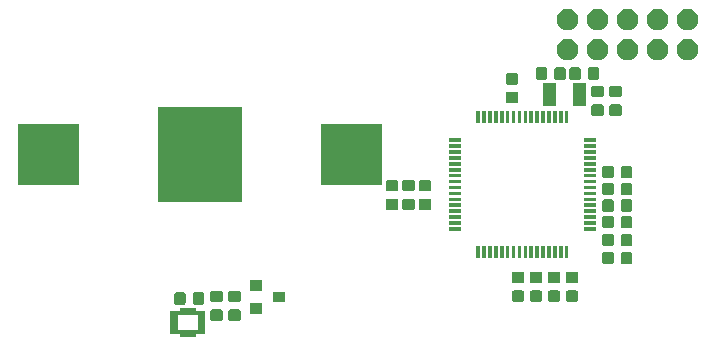
<source format=gbr>
G04 #@! TF.GenerationSoftware,KiCad,Pcbnew,5.0.2+dfsg1-1~bpo9+1*
G04 #@! TF.CreationDate,2019-04-10T20:11:49+03:00*
G04 #@! TF.ProjectId,kicad,6b696361-642e-46b6-9963-61645f706362,rev?*
G04 #@! TF.SameCoordinates,Original*
G04 #@! TF.FileFunction,Soldermask,Bot*
G04 #@! TF.FilePolarity,Negative*
%FSLAX46Y46*%
G04 Gerber Fmt 4.6, Leading zero omitted, Abs format (unit mm)*
G04 Created by KiCad (PCBNEW 5.0.2+dfsg1-1~bpo9+1) date Wed 10 Apr 2019 08:11:49 PM MSK*
%MOMM*%
%LPD*%
G01*
G04 APERTURE LIST*
%ADD10C,0.100000*%
G04 APERTURE END LIST*
D10*
G36*
X146484800Y-106401200D02*
X146486529Y-106418758D01*
X146491651Y-106435642D01*
X146499968Y-106451201D01*
X146511160Y-106464840D01*
X146524799Y-106476032D01*
X146540358Y-106484349D01*
X146557242Y-106489471D01*
X146574800Y-106491200D01*
X147274800Y-106491200D01*
X147274800Y-108392000D01*
X146574800Y-108392000D01*
X146557242Y-108393729D01*
X146540358Y-108398851D01*
X146524799Y-108407168D01*
X146511160Y-108418360D01*
X146499968Y-108431999D01*
X146491651Y-108447558D01*
X146486529Y-108464442D01*
X146484800Y-108482000D01*
X146484800Y-108682000D01*
X145084000Y-108682000D01*
X145084000Y-108482000D01*
X145082271Y-108464442D01*
X145077149Y-108447558D01*
X145068832Y-108431999D01*
X145057640Y-108418360D01*
X145044001Y-108407168D01*
X145028442Y-108398851D01*
X145011558Y-108393729D01*
X144994000Y-108392000D01*
X144294000Y-108392000D01*
X144294000Y-106922000D01*
X144924800Y-106922000D01*
X144924800Y-107961200D01*
X144926529Y-107978758D01*
X144931651Y-107995642D01*
X144939968Y-108011201D01*
X144951160Y-108024840D01*
X144964799Y-108036032D01*
X144980358Y-108044349D01*
X144997242Y-108049471D01*
X145014800Y-108051200D01*
X146554000Y-108051200D01*
X146571558Y-108049471D01*
X146588442Y-108044349D01*
X146604001Y-108036032D01*
X146617640Y-108024840D01*
X146628832Y-108011201D01*
X146637149Y-107995642D01*
X146642271Y-107978758D01*
X146644000Y-107961200D01*
X146644000Y-106922000D01*
X146642271Y-106904442D01*
X146637149Y-106887558D01*
X146628832Y-106871999D01*
X146617640Y-106858360D01*
X146604001Y-106847168D01*
X146588442Y-106838851D01*
X146571558Y-106833729D01*
X146554000Y-106832000D01*
X145014800Y-106832000D01*
X144997242Y-106833729D01*
X144980358Y-106838851D01*
X144964799Y-106847168D01*
X144951160Y-106858360D01*
X144939968Y-106871999D01*
X144931651Y-106887558D01*
X144926529Y-106904442D01*
X144924800Y-106922000D01*
X144294000Y-106922000D01*
X144294000Y-106491200D01*
X144994000Y-106491200D01*
X145011558Y-106489471D01*
X145028442Y-106484349D01*
X145044001Y-106476032D01*
X145057640Y-106464840D01*
X145068832Y-106451201D01*
X145077149Y-106435642D01*
X145082271Y-106418758D01*
X145084000Y-106401200D01*
X145084000Y-106201200D01*
X146484800Y-106201200D01*
X146484800Y-106401200D01*
X146484800Y-106401200D01*
G37*
G36*
X148574418Y-106322954D02*
X148611696Y-106334262D01*
X148646050Y-106352625D01*
X148676163Y-106377337D01*
X148700875Y-106407450D01*
X148719238Y-106441804D01*
X148730546Y-106479082D01*
X148734800Y-106522276D01*
X148734800Y-107091724D01*
X148730546Y-107134918D01*
X148719238Y-107172196D01*
X148700875Y-107206550D01*
X148676163Y-107236663D01*
X148646050Y-107261375D01*
X148611696Y-107279738D01*
X148574418Y-107291046D01*
X148531224Y-107295300D01*
X147886776Y-107295300D01*
X147843582Y-107291046D01*
X147806304Y-107279738D01*
X147771950Y-107261375D01*
X147741837Y-107236663D01*
X147717125Y-107206550D01*
X147698762Y-107172196D01*
X147687454Y-107134918D01*
X147683200Y-107091724D01*
X147683200Y-106522276D01*
X147687454Y-106479082D01*
X147698762Y-106441804D01*
X147717125Y-106407450D01*
X147741837Y-106377337D01*
X147771950Y-106352625D01*
X147806304Y-106334262D01*
X147843582Y-106322954D01*
X147886776Y-106318700D01*
X148531224Y-106318700D01*
X148574418Y-106322954D01*
X148574418Y-106322954D01*
G37*
G36*
X150098418Y-106322954D02*
X150135696Y-106334262D01*
X150170050Y-106352625D01*
X150200163Y-106377337D01*
X150224875Y-106407450D01*
X150243238Y-106441804D01*
X150254546Y-106479082D01*
X150258800Y-106522276D01*
X150258800Y-107091724D01*
X150254546Y-107134918D01*
X150243238Y-107172196D01*
X150224875Y-107206550D01*
X150200163Y-107236663D01*
X150170050Y-107261375D01*
X150135696Y-107279738D01*
X150098418Y-107291046D01*
X150055224Y-107295300D01*
X149410776Y-107295300D01*
X149367582Y-107291046D01*
X149330304Y-107279738D01*
X149295950Y-107261375D01*
X149265837Y-107236663D01*
X149241125Y-107206550D01*
X149222762Y-107172196D01*
X149211454Y-107134918D01*
X149207200Y-107091724D01*
X149207200Y-106522276D01*
X149211454Y-106479082D01*
X149222762Y-106441804D01*
X149241125Y-106407450D01*
X149265837Y-106377337D01*
X149295950Y-106352625D01*
X149330304Y-106334262D01*
X149367582Y-106322954D01*
X149410776Y-106318700D01*
X150055224Y-106318700D01*
X150098418Y-106322954D01*
X150098418Y-106322954D01*
G37*
G36*
X152027800Y-106683800D02*
X151026200Y-106683800D01*
X151026200Y-105782200D01*
X152027800Y-105782200D01*
X152027800Y-106683800D01*
X152027800Y-106683800D01*
G37*
G36*
X147012918Y-104888454D02*
X147050196Y-104899762D01*
X147084550Y-104918125D01*
X147114663Y-104942837D01*
X147139375Y-104972950D01*
X147157738Y-105007304D01*
X147169046Y-105044582D01*
X147173300Y-105087776D01*
X147173300Y-105732224D01*
X147169046Y-105775418D01*
X147157738Y-105812696D01*
X147139375Y-105847050D01*
X147114663Y-105877163D01*
X147084550Y-105901875D01*
X147050196Y-105920238D01*
X147012918Y-105931546D01*
X146969724Y-105935800D01*
X146400276Y-105935800D01*
X146357082Y-105931546D01*
X146319804Y-105920238D01*
X146285450Y-105901875D01*
X146255337Y-105877163D01*
X146230625Y-105847050D01*
X146212262Y-105812696D01*
X146200954Y-105775418D01*
X146196700Y-105732224D01*
X146196700Y-105087776D01*
X146200954Y-105044582D01*
X146212262Y-105007304D01*
X146230625Y-104972950D01*
X146255337Y-104942837D01*
X146285450Y-104918125D01*
X146319804Y-104899762D01*
X146357082Y-104888454D01*
X146400276Y-104884200D01*
X146969724Y-104884200D01*
X147012918Y-104888454D01*
X147012918Y-104888454D01*
G37*
G36*
X145437918Y-104888454D02*
X145475196Y-104899762D01*
X145509550Y-104918125D01*
X145539663Y-104942837D01*
X145564375Y-104972950D01*
X145582738Y-105007304D01*
X145594046Y-105044582D01*
X145598300Y-105087776D01*
X145598300Y-105732224D01*
X145594046Y-105775418D01*
X145582738Y-105812696D01*
X145564375Y-105847050D01*
X145539663Y-105877163D01*
X145509550Y-105901875D01*
X145475196Y-105920238D01*
X145437918Y-105931546D01*
X145394724Y-105935800D01*
X144825276Y-105935800D01*
X144782082Y-105931546D01*
X144744804Y-105920238D01*
X144710450Y-105901875D01*
X144680337Y-105877163D01*
X144655625Y-105847050D01*
X144637262Y-105812696D01*
X144625954Y-105775418D01*
X144621700Y-105732224D01*
X144621700Y-105087776D01*
X144625954Y-105044582D01*
X144637262Y-105007304D01*
X144655625Y-104972950D01*
X144680337Y-104942837D01*
X144710450Y-104918125D01*
X144744804Y-104899762D01*
X144782082Y-104888454D01*
X144825276Y-104884200D01*
X145394724Y-104884200D01*
X145437918Y-104888454D01*
X145437918Y-104888454D01*
G37*
G36*
X154027800Y-105733800D02*
X153026200Y-105733800D01*
X153026200Y-104832200D01*
X154027800Y-104832200D01*
X154027800Y-105733800D01*
X154027800Y-105733800D01*
G37*
G36*
X150098418Y-104747954D02*
X150135696Y-104759262D01*
X150170050Y-104777625D01*
X150200163Y-104802337D01*
X150224875Y-104832450D01*
X150243238Y-104866804D01*
X150254546Y-104904082D01*
X150258800Y-104947276D01*
X150258800Y-105516724D01*
X150254546Y-105559918D01*
X150243238Y-105597196D01*
X150224875Y-105631550D01*
X150200163Y-105661663D01*
X150170050Y-105686375D01*
X150135696Y-105704738D01*
X150098418Y-105716046D01*
X150055224Y-105720300D01*
X149410776Y-105720300D01*
X149367582Y-105716046D01*
X149330304Y-105704738D01*
X149295950Y-105686375D01*
X149265837Y-105661663D01*
X149241125Y-105631550D01*
X149222762Y-105597196D01*
X149211454Y-105559918D01*
X149207200Y-105516724D01*
X149207200Y-104947276D01*
X149211454Y-104904082D01*
X149222762Y-104866804D01*
X149241125Y-104832450D01*
X149265837Y-104802337D01*
X149295950Y-104777625D01*
X149330304Y-104759262D01*
X149367582Y-104747954D01*
X149410776Y-104743700D01*
X150055224Y-104743700D01*
X150098418Y-104747954D01*
X150098418Y-104747954D01*
G37*
G36*
X148574418Y-104747954D02*
X148611696Y-104759262D01*
X148646050Y-104777625D01*
X148676163Y-104802337D01*
X148700875Y-104832450D01*
X148719238Y-104866804D01*
X148730546Y-104904082D01*
X148734800Y-104947276D01*
X148734800Y-105516724D01*
X148730546Y-105559918D01*
X148719238Y-105597196D01*
X148700875Y-105631550D01*
X148676163Y-105661663D01*
X148646050Y-105686375D01*
X148611696Y-105704738D01*
X148574418Y-105716046D01*
X148531224Y-105720300D01*
X147886776Y-105720300D01*
X147843582Y-105716046D01*
X147806304Y-105704738D01*
X147771950Y-105686375D01*
X147741837Y-105661663D01*
X147717125Y-105631550D01*
X147698762Y-105597196D01*
X147687454Y-105559918D01*
X147683200Y-105516724D01*
X147683200Y-104947276D01*
X147687454Y-104904082D01*
X147698762Y-104866804D01*
X147717125Y-104832450D01*
X147741837Y-104802337D01*
X147771950Y-104777625D01*
X147806304Y-104759262D01*
X147843582Y-104747954D01*
X147886776Y-104743700D01*
X148531224Y-104743700D01*
X148574418Y-104747954D01*
X148574418Y-104747954D01*
G37*
G36*
X174101418Y-104722954D02*
X174138696Y-104734262D01*
X174173050Y-104752625D01*
X174203163Y-104777337D01*
X174227875Y-104807450D01*
X174246238Y-104841804D01*
X174257546Y-104879082D01*
X174261800Y-104922276D01*
X174261800Y-105491724D01*
X174257546Y-105534918D01*
X174246238Y-105572196D01*
X174227875Y-105606550D01*
X174203163Y-105636663D01*
X174173050Y-105661375D01*
X174138696Y-105679738D01*
X174101418Y-105691046D01*
X174058224Y-105695300D01*
X173413776Y-105695300D01*
X173370582Y-105691046D01*
X173333304Y-105679738D01*
X173298950Y-105661375D01*
X173268837Y-105636663D01*
X173244125Y-105606550D01*
X173225762Y-105572196D01*
X173214454Y-105534918D01*
X173210200Y-105491724D01*
X173210200Y-104922276D01*
X173214454Y-104879082D01*
X173225762Y-104841804D01*
X173244125Y-104807450D01*
X173268837Y-104777337D01*
X173298950Y-104752625D01*
X173333304Y-104734262D01*
X173370582Y-104722954D01*
X173413776Y-104718700D01*
X174058224Y-104718700D01*
X174101418Y-104722954D01*
X174101418Y-104722954D01*
G37*
G36*
X175625418Y-104722954D02*
X175662696Y-104734262D01*
X175697050Y-104752625D01*
X175727163Y-104777337D01*
X175751875Y-104807450D01*
X175770238Y-104841804D01*
X175781546Y-104879082D01*
X175785800Y-104922276D01*
X175785800Y-105491724D01*
X175781546Y-105534918D01*
X175770238Y-105572196D01*
X175751875Y-105606550D01*
X175727163Y-105636663D01*
X175697050Y-105661375D01*
X175662696Y-105679738D01*
X175625418Y-105691046D01*
X175582224Y-105695300D01*
X174937776Y-105695300D01*
X174894582Y-105691046D01*
X174857304Y-105679738D01*
X174822950Y-105661375D01*
X174792837Y-105636663D01*
X174768125Y-105606550D01*
X174749762Y-105572196D01*
X174738454Y-105534918D01*
X174734200Y-105491724D01*
X174734200Y-104922276D01*
X174738454Y-104879082D01*
X174749762Y-104841804D01*
X174768125Y-104807450D01*
X174792837Y-104777337D01*
X174822950Y-104752625D01*
X174857304Y-104734262D01*
X174894582Y-104722954D01*
X174937776Y-104718700D01*
X175582224Y-104718700D01*
X175625418Y-104722954D01*
X175625418Y-104722954D01*
G37*
G36*
X177149418Y-104722954D02*
X177186696Y-104734262D01*
X177221050Y-104752625D01*
X177251163Y-104777337D01*
X177275875Y-104807450D01*
X177294238Y-104841804D01*
X177305546Y-104879082D01*
X177309800Y-104922276D01*
X177309800Y-105491724D01*
X177305546Y-105534918D01*
X177294238Y-105572196D01*
X177275875Y-105606550D01*
X177251163Y-105636663D01*
X177221050Y-105661375D01*
X177186696Y-105679738D01*
X177149418Y-105691046D01*
X177106224Y-105695300D01*
X176461776Y-105695300D01*
X176418582Y-105691046D01*
X176381304Y-105679738D01*
X176346950Y-105661375D01*
X176316837Y-105636663D01*
X176292125Y-105606550D01*
X176273762Y-105572196D01*
X176262454Y-105534918D01*
X176258200Y-105491724D01*
X176258200Y-104922276D01*
X176262454Y-104879082D01*
X176273762Y-104841804D01*
X176292125Y-104807450D01*
X176316837Y-104777337D01*
X176346950Y-104752625D01*
X176381304Y-104734262D01*
X176418582Y-104722954D01*
X176461776Y-104718700D01*
X177106224Y-104718700D01*
X177149418Y-104722954D01*
X177149418Y-104722954D01*
G37*
G36*
X178673418Y-104722954D02*
X178710696Y-104734262D01*
X178745050Y-104752625D01*
X178775163Y-104777337D01*
X178799875Y-104807450D01*
X178818238Y-104841804D01*
X178829546Y-104879082D01*
X178833800Y-104922276D01*
X178833800Y-105491724D01*
X178829546Y-105534918D01*
X178818238Y-105572196D01*
X178799875Y-105606550D01*
X178775163Y-105636663D01*
X178745050Y-105661375D01*
X178710696Y-105679738D01*
X178673418Y-105691046D01*
X178630224Y-105695300D01*
X177985776Y-105695300D01*
X177942582Y-105691046D01*
X177905304Y-105679738D01*
X177870950Y-105661375D01*
X177840837Y-105636663D01*
X177816125Y-105606550D01*
X177797762Y-105572196D01*
X177786454Y-105534918D01*
X177782200Y-105491724D01*
X177782200Y-104922276D01*
X177786454Y-104879082D01*
X177797762Y-104841804D01*
X177816125Y-104807450D01*
X177840837Y-104777337D01*
X177870950Y-104752625D01*
X177905304Y-104734262D01*
X177942582Y-104722954D01*
X177985776Y-104718700D01*
X178630224Y-104718700D01*
X178673418Y-104722954D01*
X178673418Y-104722954D01*
G37*
G36*
X152027800Y-104783800D02*
X151026200Y-104783800D01*
X151026200Y-103882200D01*
X152027800Y-103882200D01*
X152027800Y-104783800D01*
X152027800Y-104783800D01*
G37*
G36*
X178673418Y-103147954D02*
X178710696Y-103159262D01*
X178745050Y-103177625D01*
X178775163Y-103202337D01*
X178799875Y-103232450D01*
X178818238Y-103266804D01*
X178829546Y-103304082D01*
X178833800Y-103347276D01*
X178833800Y-103916724D01*
X178829546Y-103959918D01*
X178818238Y-103997196D01*
X178799875Y-104031550D01*
X178775163Y-104061663D01*
X178745050Y-104086375D01*
X178710696Y-104104738D01*
X178673418Y-104116046D01*
X178630224Y-104120300D01*
X177985776Y-104120300D01*
X177942582Y-104116046D01*
X177905304Y-104104738D01*
X177870950Y-104086375D01*
X177840837Y-104061663D01*
X177816125Y-104031550D01*
X177797762Y-103997196D01*
X177786454Y-103959918D01*
X177782200Y-103916724D01*
X177782200Y-103347276D01*
X177786454Y-103304082D01*
X177797762Y-103266804D01*
X177816125Y-103232450D01*
X177840837Y-103202337D01*
X177870950Y-103177625D01*
X177905304Y-103159262D01*
X177942582Y-103147954D01*
X177985776Y-103143700D01*
X178630224Y-103143700D01*
X178673418Y-103147954D01*
X178673418Y-103147954D01*
G37*
G36*
X177149418Y-103147954D02*
X177186696Y-103159262D01*
X177221050Y-103177625D01*
X177251163Y-103202337D01*
X177275875Y-103232450D01*
X177294238Y-103266804D01*
X177305546Y-103304082D01*
X177309800Y-103347276D01*
X177309800Y-103916724D01*
X177305546Y-103959918D01*
X177294238Y-103997196D01*
X177275875Y-104031550D01*
X177251163Y-104061663D01*
X177221050Y-104086375D01*
X177186696Y-104104738D01*
X177149418Y-104116046D01*
X177106224Y-104120300D01*
X176461776Y-104120300D01*
X176418582Y-104116046D01*
X176381304Y-104104738D01*
X176346950Y-104086375D01*
X176316837Y-104061663D01*
X176292125Y-104031550D01*
X176273762Y-103997196D01*
X176262454Y-103959918D01*
X176258200Y-103916724D01*
X176258200Y-103347276D01*
X176262454Y-103304082D01*
X176273762Y-103266804D01*
X176292125Y-103232450D01*
X176316837Y-103202337D01*
X176346950Y-103177625D01*
X176381304Y-103159262D01*
X176418582Y-103147954D01*
X176461776Y-103143700D01*
X177106224Y-103143700D01*
X177149418Y-103147954D01*
X177149418Y-103147954D01*
G37*
G36*
X175625418Y-103147954D02*
X175662696Y-103159262D01*
X175697050Y-103177625D01*
X175727163Y-103202337D01*
X175751875Y-103232450D01*
X175770238Y-103266804D01*
X175781546Y-103304082D01*
X175785800Y-103347276D01*
X175785800Y-103916724D01*
X175781546Y-103959918D01*
X175770238Y-103997196D01*
X175751875Y-104031550D01*
X175727163Y-104061663D01*
X175697050Y-104086375D01*
X175662696Y-104104738D01*
X175625418Y-104116046D01*
X175582224Y-104120300D01*
X174937776Y-104120300D01*
X174894582Y-104116046D01*
X174857304Y-104104738D01*
X174822950Y-104086375D01*
X174792837Y-104061663D01*
X174768125Y-104031550D01*
X174749762Y-103997196D01*
X174738454Y-103959918D01*
X174734200Y-103916724D01*
X174734200Y-103347276D01*
X174738454Y-103304082D01*
X174749762Y-103266804D01*
X174768125Y-103232450D01*
X174792837Y-103202337D01*
X174822950Y-103177625D01*
X174857304Y-103159262D01*
X174894582Y-103147954D01*
X174937776Y-103143700D01*
X175582224Y-103143700D01*
X175625418Y-103147954D01*
X175625418Y-103147954D01*
G37*
G36*
X174101418Y-103147954D02*
X174138696Y-103159262D01*
X174173050Y-103177625D01*
X174203163Y-103202337D01*
X174227875Y-103232450D01*
X174246238Y-103266804D01*
X174257546Y-103304082D01*
X174261800Y-103347276D01*
X174261800Y-103916724D01*
X174257546Y-103959918D01*
X174246238Y-103997196D01*
X174227875Y-104031550D01*
X174203163Y-104061663D01*
X174173050Y-104086375D01*
X174138696Y-104104738D01*
X174101418Y-104116046D01*
X174058224Y-104120300D01*
X173413776Y-104120300D01*
X173370582Y-104116046D01*
X173333304Y-104104738D01*
X173298950Y-104086375D01*
X173268837Y-104061663D01*
X173244125Y-104031550D01*
X173225762Y-103997196D01*
X173214454Y-103959918D01*
X173210200Y-103916724D01*
X173210200Y-103347276D01*
X173214454Y-103304082D01*
X173225762Y-103266804D01*
X173244125Y-103232450D01*
X173268837Y-103202337D01*
X173298950Y-103177625D01*
X173333304Y-103159262D01*
X173370582Y-103147954D01*
X173413776Y-103143700D01*
X174058224Y-103143700D01*
X174101418Y-103147954D01*
X174101418Y-103147954D01*
G37*
G36*
X181683918Y-101459454D02*
X181721196Y-101470762D01*
X181755550Y-101489125D01*
X181785663Y-101513837D01*
X181810375Y-101543950D01*
X181828738Y-101578304D01*
X181840046Y-101615582D01*
X181844300Y-101658776D01*
X181844300Y-102303224D01*
X181840046Y-102346418D01*
X181828738Y-102383696D01*
X181810375Y-102418050D01*
X181785663Y-102448163D01*
X181755550Y-102472875D01*
X181721196Y-102491238D01*
X181683918Y-102502546D01*
X181640724Y-102506800D01*
X181071276Y-102506800D01*
X181028082Y-102502546D01*
X180990804Y-102491238D01*
X180956450Y-102472875D01*
X180926337Y-102448163D01*
X180901625Y-102418050D01*
X180883262Y-102383696D01*
X180871954Y-102346418D01*
X180867700Y-102303224D01*
X180867700Y-101658776D01*
X180871954Y-101615582D01*
X180883262Y-101578304D01*
X180901625Y-101543950D01*
X180926337Y-101513837D01*
X180956450Y-101489125D01*
X180990804Y-101470762D01*
X181028082Y-101459454D01*
X181071276Y-101455200D01*
X181640724Y-101455200D01*
X181683918Y-101459454D01*
X181683918Y-101459454D01*
G37*
G36*
X183258918Y-101459454D02*
X183296196Y-101470762D01*
X183330550Y-101489125D01*
X183360663Y-101513837D01*
X183385375Y-101543950D01*
X183403738Y-101578304D01*
X183415046Y-101615582D01*
X183419300Y-101658776D01*
X183419300Y-102303224D01*
X183415046Y-102346418D01*
X183403738Y-102383696D01*
X183385375Y-102418050D01*
X183360663Y-102448163D01*
X183330550Y-102472875D01*
X183296196Y-102491238D01*
X183258918Y-102502546D01*
X183215724Y-102506800D01*
X182646276Y-102506800D01*
X182603082Y-102502546D01*
X182565804Y-102491238D01*
X182531450Y-102472875D01*
X182501337Y-102448163D01*
X182476625Y-102418050D01*
X182458262Y-102383696D01*
X182446954Y-102346418D01*
X182442700Y-102303224D01*
X182442700Y-101658776D01*
X182446954Y-101615582D01*
X182458262Y-101578304D01*
X182476625Y-101543950D01*
X182501337Y-101513837D01*
X182531450Y-101489125D01*
X182565804Y-101470762D01*
X182603082Y-101459454D01*
X182646276Y-101455200D01*
X183215724Y-101455200D01*
X183258918Y-101459454D01*
X183258918Y-101459454D01*
G37*
G36*
X173007480Y-101982960D02*
X172706680Y-101982960D01*
X172706680Y-100932160D01*
X173007480Y-100932160D01*
X173007480Y-101982960D01*
X173007480Y-101982960D01*
G37*
G36*
X175007480Y-101982960D02*
X174706680Y-101982960D01*
X174706680Y-100932160D01*
X175007480Y-100932160D01*
X175007480Y-101982960D01*
X175007480Y-101982960D01*
G37*
G36*
X174507480Y-101982960D02*
X174206680Y-101982960D01*
X174206680Y-100932160D01*
X174507480Y-100932160D01*
X174507480Y-101982960D01*
X174507480Y-101982960D01*
G37*
G36*
X174007480Y-101982960D02*
X173706680Y-101982960D01*
X173706680Y-100932160D01*
X174007480Y-100932160D01*
X174007480Y-101982960D01*
X174007480Y-101982960D01*
G37*
G36*
X173507480Y-101982960D02*
X173206680Y-101982960D01*
X173206680Y-100932160D01*
X173507480Y-100932160D01*
X173507480Y-101982960D01*
X173507480Y-101982960D01*
G37*
G36*
X172507480Y-101982960D02*
X172206680Y-101982960D01*
X172206680Y-100932160D01*
X172507480Y-100932160D01*
X172507480Y-101982960D01*
X172507480Y-101982960D01*
G37*
G36*
X172007480Y-101982960D02*
X171706680Y-101982960D01*
X171706680Y-100932160D01*
X172007480Y-100932160D01*
X172007480Y-101982960D01*
X172007480Y-101982960D01*
G37*
G36*
X171507480Y-101982960D02*
X171206680Y-101982960D01*
X171206680Y-100932160D01*
X171507480Y-100932160D01*
X171507480Y-101982960D01*
X171507480Y-101982960D01*
G37*
G36*
X176507480Y-101982960D02*
X176206680Y-101982960D01*
X176206680Y-100932160D01*
X176507480Y-100932160D01*
X176507480Y-101982960D01*
X176507480Y-101982960D01*
G37*
G36*
X176007480Y-101982960D02*
X175706680Y-101982960D01*
X175706680Y-100932160D01*
X176007480Y-100932160D01*
X176007480Y-101982960D01*
X176007480Y-101982960D01*
G37*
G36*
X175507480Y-101982960D02*
X175206680Y-101982960D01*
X175206680Y-100932160D01*
X175507480Y-100932160D01*
X175507480Y-101982960D01*
X175507480Y-101982960D01*
G37*
G36*
X178007480Y-101982960D02*
X177706680Y-101982960D01*
X177706680Y-100932160D01*
X178007480Y-100932160D01*
X178007480Y-101982960D01*
X178007480Y-101982960D01*
G37*
G36*
X177507480Y-101982960D02*
X177206680Y-101982960D01*
X177206680Y-100932160D01*
X177507480Y-100932160D01*
X177507480Y-101982960D01*
X177507480Y-101982960D01*
G37*
G36*
X177007480Y-101982960D02*
X176706680Y-101982960D01*
X176706680Y-100932160D01*
X177007480Y-100932160D01*
X177007480Y-101982960D01*
X177007480Y-101982960D01*
G37*
G36*
X170507480Y-101982960D02*
X170206680Y-101982960D01*
X170206680Y-100932160D01*
X170507480Y-100932160D01*
X170507480Y-101982960D01*
X170507480Y-101982960D01*
G37*
G36*
X171007480Y-101982960D02*
X170706680Y-101982960D01*
X170706680Y-100932160D01*
X171007480Y-100932160D01*
X171007480Y-101982960D01*
X171007480Y-101982960D01*
G37*
G36*
X183258918Y-99935454D02*
X183296196Y-99946762D01*
X183330550Y-99965125D01*
X183360663Y-99989837D01*
X183385375Y-100019950D01*
X183403738Y-100054304D01*
X183415046Y-100091582D01*
X183419300Y-100134776D01*
X183419300Y-100779224D01*
X183415046Y-100822418D01*
X183403738Y-100859696D01*
X183385375Y-100894050D01*
X183360663Y-100924163D01*
X183330550Y-100948875D01*
X183296196Y-100967238D01*
X183258918Y-100978546D01*
X183215724Y-100982800D01*
X182646276Y-100982800D01*
X182603082Y-100978546D01*
X182565804Y-100967238D01*
X182531450Y-100948875D01*
X182501337Y-100924163D01*
X182476625Y-100894050D01*
X182458262Y-100859696D01*
X182446954Y-100822418D01*
X182442700Y-100779224D01*
X182442700Y-100134776D01*
X182446954Y-100091582D01*
X182458262Y-100054304D01*
X182476625Y-100019950D01*
X182501337Y-99989837D01*
X182531450Y-99965125D01*
X182565804Y-99946762D01*
X182603082Y-99935454D01*
X182646276Y-99931200D01*
X183215724Y-99931200D01*
X183258918Y-99935454D01*
X183258918Y-99935454D01*
G37*
G36*
X181683918Y-99935454D02*
X181721196Y-99946762D01*
X181755550Y-99965125D01*
X181785663Y-99989837D01*
X181810375Y-100019950D01*
X181828738Y-100054304D01*
X181840046Y-100091582D01*
X181844300Y-100134776D01*
X181844300Y-100779224D01*
X181840046Y-100822418D01*
X181828738Y-100859696D01*
X181810375Y-100894050D01*
X181785663Y-100924163D01*
X181755550Y-100948875D01*
X181721196Y-100967238D01*
X181683918Y-100978546D01*
X181640724Y-100982800D01*
X181071276Y-100982800D01*
X181028082Y-100978546D01*
X180990804Y-100967238D01*
X180956450Y-100948875D01*
X180926337Y-100924163D01*
X180901625Y-100894050D01*
X180883262Y-100859696D01*
X180871954Y-100822418D01*
X180867700Y-100779224D01*
X180867700Y-100134776D01*
X180871954Y-100091582D01*
X180883262Y-100054304D01*
X180901625Y-100019950D01*
X180926337Y-99989837D01*
X180956450Y-99965125D01*
X180990804Y-99946762D01*
X181028082Y-99935454D01*
X181071276Y-99931200D01*
X181640724Y-99931200D01*
X181683918Y-99935454D01*
X181683918Y-99935454D01*
G37*
G36*
X180332480Y-99657960D02*
X179281680Y-99657960D01*
X179281680Y-99357160D01*
X180332480Y-99357160D01*
X180332480Y-99657960D01*
X180332480Y-99657960D01*
G37*
G36*
X168932480Y-99657960D02*
X167881680Y-99657960D01*
X167881680Y-99357160D01*
X168932480Y-99357160D01*
X168932480Y-99657960D01*
X168932480Y-99657960D01*
G37*
G36*
X183258918Y-98411454D02*
X183296196Y-98422762D01*
X183330550Y-98441125D01*
X183360663Y-98465837D01*
X183385375Y-98495950D01*
X183403738Y-98530304D01*
X183415046Y-98567582D01*
X183419300Y-98610776D01*
X183419300Y-99255224D01*
X183415046Y-99298418D01*
X183403738Y-99335696D01*
X183385375Y-99370050D01*
X183360663Y-99400163D01*
X183330550Y-99424875D01*
X183296196Y-99443238D01*
X183258918Y-99454546D01*
X183215724Y-99458800D01*
X182646276Y-99458800D01*
X182603082Y-99454546D01*
X182565804Y-99443238D01*
X182531450Y-99424875D01*
X182501337Y-99400163D01*
X182476625Y-99370050D01*
X182458262Y-99335696D01*
X182446954Y-99298418D01*
X182442700Y-99255224D01*
X182442700Y-98610776D01*
X182446954Y-98567582D01*
X182458262Y-98530304D01*
X182476625Y-98495950D01*
X182501337Y-98465837D01*
X182531450Y-98441125D01*
X182565804Y-98422762D01*
X182603082Y-98411454D01*
X182646276Y-98407200D01*
X183215724Y-98407200D01*
X183258918Y-98411454D01*
X183258918Y-98411454D01*
G37*
G36*
X181683918Y-98411454D02*
X181721196Y-98422762D01*
X181755550Y-98441125D01*
X181785663Y-98465837D01*
X181810375Y-98495950D01*
X181828738Y-98530304D01*
X181840046Y-98567582D01*
X181844300Y-98610776D01*
X181844300Y-99255224D01*
X181840046Y-99298418D01*
X181828738Y-99335696D01*
X181810375Y-99370050D01*
X181785663Y-99400163D01*
X181755550Y-99424875D01*
X181721196Y-99443238D01*
X181683918Y-99454546D01*
X181640724Y-99458800D01*
X181071276Y-99458800D01*
X181028082Y-99454546D01*
X180990804Y-99443238D01*
X180956450Y-99424875D01*
X180926337Y-99400163D01*
X180901625Y-99370050D01*
X180883262Y-99335696D01*
X180871954Y-99298418D01*
X180867700Y-99255224D01*
X180867700Y-98610776D01*
X180871954Y-98567582D01*
X180883262Y-98530304D01*
X180901625Y-98495950D01*
X180926337Y-98465837D01*
X180956450Y-98441125D01*
X180990804Y-98422762D01*
X181028082Y-98411454D01*
X181071276Y-98407200D01*
X181640724Y-98407200D01*
X181683918Y-98411454D01*
X181683918Y-98411454D01*
G37*
G36*
X180332480Y-99157960D02*
X179281680Y-99157960D01*
X179281680Y-98857160D01*
X180332480Y-98857160D01*
X180332480Y-99157960D01*
X180332480Y-99157960D01*
G37*
G36*
X168932480Y-99157960D02*
X167881680Y-99157960D01*
X167881680Y-98857160D01*
X168932480Y-98857160D01*
X168932480Y-99157960D01*
X168932480Y-99157960D01*
G37*
G36*
X168932480Y-98657960D02*
X167881680Y-98657960D01*
X167881680Y-98357160D01*
X168932480Y-98357160D01*
X168932480Y-98657960D01*
X168932480Y-98657960D01*
G37*
G36*
X180332480Y-98657960D02*
X179281680Y-98657960D01*
X179281680Y-98357160D01*
X180332480Y-98357160D01*
X180332480Y-98657960D01*
X180332480Y-98657960D01*
G37*
G36*
X168932480Y-98157960D02*
X167881680Y-98157960D01*
X167881680Y-97857160D01*
X168932480Y-97857160D01*
X168932480Y-98157960D01*
X168932480Y-98157960D01*
G37*
G36*
X180332480Y-98157960D02*
X179281680Y-98157960D01*
X179281680Y-97857160D01*
X180332480Y-97857160D01*
X180332480Y-98157960D01*
X180332480Y-98157960D01*
G37*
G36*
X181683918Y-97014454D02*
X181721196Y-97025762D01*
X181755550Y-97044125D01*
X181785663Y-97068837D01*
X181810375Y-97098950D01*
X181828738Y-97133304D01*
X181840046Y-97170582D01*
X181844300Y-97213776D01*
X181844300Y-97858224D01*
X181840046Y-97901418D01*
X181828738Y-97938696D01*
X181810375Y-97973050D01*
X181785663Y-98003163D01*
X181755550Y-98027875D01*
X181721196Y-98046238D01*
X181683918Y-98057546D01*
X181640724Y-98061800D01*
X181071276Y-98061800D01*
X181028082Y-98057546D01*
X180990804Y-98046238D01*
X180956450Y-98027875D01*
X180926337Y-98003163D01*
X180901625Y-97973050D01*
X180883262Y-97938696D01*
X180871954Y-97901418D01*
X180867700Y-97858224D01*
X180867700Y-97213776D01*
X180871954Y-97170582D01*
X180883262Y-97133304D01*
X180901625Y-97098950D01*
X180926337Y-97068837D01*
X180956450Y-97044125D01*
X180990804Y-97025762D01*
X181028082Y-97014454D01*
X181071276Y-97010200D01*
X181640724Y-97010200D01*
X181683918Y-97014454D01*
X181683918Y-97014454D01*
G37*
G36*
X183258918Y-97014454D02*
X183296196Y-97025762D01*
X183330550Y-97044125D01*
X183360663Y-97068837D01*
X183385375Y-97098950D01*
X183403738Y-97133304D01*
X183415046Y-97170582D01*
X183419300Y-97213776D01*
X183419300Y-97858224D01*
X183415046Y-97901418D01*
X183403738Y-97938696D01*
X183385375Y-97973050D01*
X183360663Y-98003163D01*
X183330550Y-98027875D01*
X183296196Y-98046238D01*
X183258918Y-98057546D01*
X183215724Y-98061800D01*
X182646276Y-98061800D01*
X182603082Y-98057546D01*
X182565804Y-98046238D01*
X182531450Y-98027875D01*
X182501337Y-98003163D01*
X182476625Y-97973050D01*
X182458262Y-97938696D01*
X182446954Y-97901418D01*
X182442700Y-97858224D01*
X182442700Y-97213776D01*
X182446954Y-97170582D01*
X182458262Y-97133304D01*
X182476625Y-97098950D01*
X182501337Y-97068837D01*
X182531450Y-97044125D01*
X182565804Y-97025762D01*
X182603082Y-97014454D01*
X182646276Y-97010200D01*
X183215724Y-97010200D01*
X183258918Y-97014454D01*
X183258918Y-97014454D01*
G37*
G36*
X163433418Y-96950454D02*
X163470696Y-96961762D01*
X163505050Y-96980125D01*
X163535163Y-97004837D01*
X163559875Y-97034950D01*
X163578238Y-97069304D01*
X163589546Y-97106582D01*
X163593800Y-97149776D01*
X163593800Y-97719224D01*
X163589546Y-97762418D01*
X163578238Y-97799696D01*
X163559875Y-97834050D01*
X163535163Y-97864163D01*
X163505050Y-97888875D01*
X163470696Y-97907238D01*
X163433418Y-97918546D01*
X163390224Y-97922800D01*
X162745776Y-97922800D01*
X162702582Y-97918546D01*
X162665304Y-97907238D01*
X162630950Y-97888875D01*
X162600837Y-97864163D01*
X162576125Y-97834050D01*
X162557762Y-97799696D01*
X162546454Y-97762418D01*
X162542200Y-97719224D01*
X162542200Y-97149776D01*
X162546454Y-97106582D01*
X162557762Y-97069304D01*
X162576125Y-97034950D01*
X162600837Y-97004837D01*
X162630950Y-96980125D01*
X162665304Y-96961762D01*
X162702582Y-96950454D01*
X162745776Y-96946200D01*
X163390224Y-96946200D01*
X163433418Y-96950454D01*
X163433418Y-96950454D01*
G37*
G36*
X164830418Y-96950454D02*
X164867696Y-96961762D01*
X164902050Y-96980125D01*
X164932163Y-97004837D01*
X164956875Y-97034950D01*
X164975238Y-97069304D01*
X164986546Y-97106582D01*
X164990800Y-97149776D01*
X164990800Y-97719224D01*
X164986546Y-97762418D01*
X164975238Y-97799696D01*
X164956875Y-97834050D01*
X164932163Y-97864163D01*
X164902050Y-97888875D01*
X164867696Y-97907238D01*
X164830418Y-97918546D01*
X164787224Y-97922800D01*
X164142776Y-97922800D01*
X164099582Y-97918546D01*
X164062304Y-97907238D01*
X164027950Y-97888875D01*
X163997837Y-97864163D01*
X163973125Y-97834050D01*
X163954762Y-97799696D01*
X163943454Y-97762418D01*
X163939200Y-97719224D01*
X163939200Y-97149776D01*
X163943454Y-97106582D01*
X163954762Y-97069304D01*
X163973125Y-97034950D01*
X163997837Y-97004837D01*
X164027950Y-96980125D01*
X164062304Y-96961762D01*
X164099582Y-96950454D01*
X164142776Y-96946200D01*
X164787224Y-96946200D01*
X164830418Y-96950454D01*
X164830418Y-96950454D01*
G37*
G36*
X166227418Y-96950454D02*
X166264696Y-96961762D01*
X166299050Y-96980125D01*
X166329163Y-97004837D01*
X166353875Y-97034950D01*
X166372238Y-97069304D01*
X166383546Y-97106582D01*
X166387800Y-97149776D01*
X166387800Y-97719224D01*
X166383546Y-97762418D01*
X166372238Y-97799696D01*
X166353875Y-97834050D01*
X166329163Y-97864163D01*
X166299050Y-97888875D01*
X166264696Y-97907238D01*
X166227418Y-97918546D01*
X166184224Y-97922800D01*
X165539776Y-97922800D01*
X165496582Y-97918546D01*
X165459304Y-97907238D01*
X165424950Y-97888875D01*
X165394837Y-97864163D01*
X165370125Y-97834050D01*
X165351762Y-97799696D01*
X165340454Y-97762418D01*
X165336200Y-97719224D01*
X165336200Y-97149776D01*
X165340454Y-97106582D01*
X165351762Y-97069304D01*
X165370125Y-97034950D01*
X165394837Y-97004837D01*
X165424950Y-96980125D01*
X165459304Y-96961762D01*
X165496582Y-96950454D01*
X165539776Y-96946200D01*
X166184224Y-96946200D01*
X166227418Y-96950454D01*
X166227418Y-96950454D01*
G37*
G36*
X168932480Y-97657960D02*
X167881680Y-97657960D01*
X167881680Y-97357160D01*
X168932480Y-97357160D01*
X168932480Y-97657960D01*
X168932480Y-97657960D01*
G37*
G36*
X180332480Y-97657960D02*
X179281680Y-97657960D01*
X179281680Y-97357160D01*
X180332480Y-97357160D01*
X180332480Y-97657960D01*
X180332480Y-97657960D01*
G37*
G36*
X150362800Y-97268800D02*
X143261200Y-97268800D01*
X143261200Y-89167200D01*
X150362800Y-89167200D01*
X150362800Y-97268800D01*
X150362800Y-97268800D01*
G37*
G36*
X180332480Y-97157960D02*
X179281680Y-97157960D01*
X179281680Y-96857160D01*
X180332480Y-96857160D01*
X180332480Y-97157960D01*
X180332480Y-97157960D01*
G37*
G36*
X168932480Y-97157960D02*
X167881680Y-97157960D01*
X167881680Y-96857160D01*
X168932480Y-96857160D01*
X168932480Y-97157960D01*
X168932480Y-97157960D01*
G37*
G36*
X183258918Y-95617454D02*
X183296196Y-95628762D01*
X183330550Y-95647125D01*
X183360663Y-95671837D01*
X183385375Y-95701950D01*
X183403738Y-95736304D01*
X183415046Y-95773582D01*
X183419300Y-95816776D01*
X183419300Y-96461224D01*
X183415046Y-96504418D01*
X183403738Y-96541696D01*
X183385375Y-96576050D01*
X183360663Y-96606163D01*
X183330550Y-96630875D01*
X183296196Y-96649238D01*
X183258918Y-96660546D01*
X183215724Y-96664800D01*
X182646276Y-96664800D01*
X182603082Y-96660546D01*
X182565804Y-96649238D01*
X182531450Y-96630875D01*
X182501337Y-96606163D01*
X182476625Y-96576050D01*
X182458262Y-96541696D01*
X182446954Y-96504418D01*
X182442700Y-96461224D01*
X182442700Y-95816776D01*
X182446954Y-95773582D01*
X182458262Y-95736304D01*
X182476625Y-95701950D01*
X182501337Y-95671837D01*
X182531450Y-95647125D01*
X182565804Y-95628762D01*
X182603082Y-95617454D01*
X182646276Y-95613200D01*
X183215724Y-95613200D01*
X183258918Y-95617454D01*
X183258918Y-95617454D01*
G37*
G36*
X181683918Y-95617454D02*
X181721196Y-95628762D01*
X181755550Y-95647125D01*
X181785663Y-95671837D01*
X181810375Y-95701950D01*
X181828738Y-95736304D01*
X181840046Y-95773582D01*
X181844300Y-95816776D01*
X181844300Y-96461224D01*
X181840046Y-96504418D01*
X181828738Y-96541696D01*
X181810375Y-96576050D01*
X181785663Y-96606163D01*
X181755550Y-96630875D01*
X181721196Y-96649238D01*
X181683918Y-96660546D01*
X181640724Y-96664800D01*
X181071276Y-96664800D01*
X181028082Y-96660546D01*
X180990804Y-96649238D01*
X180956450Y-96630875D01*
X180926337Y-96606163D01*
X180901625Y-96576050D01*
X180883262Y-96541696D01*
X180871954Y-96504418D01*
X180867700Y-96461224D01*
X180867700Y-95816776D01*
X180871954Y-95773582D01*
X180883262Y-95736304D01*
X180901625Y-95701950D01*
X180926337Y-95671837D01*
X180956450Y-95647125D01*
X180990804Y-95628762D01*
X181028082Y-95617454D01*
X181071276Y-95613200D01*
X181640724Y-95613200D01*
X181683918Y-95617454D01*
X181683918Y-95617454D01*
G37*
G36*
X180332480Y-96657960D02*
X179281680Y-96657960D01*
X179281680Y-96357160D01*
X180332480Y-96357160D01*
X180332480Y-96657960D01*
X180332480Y-96657960D01*
G37*
G36*
X168932480Y-96657960D02*
X167881680Y-96657960D01*
X167881680Y-96357160D01*
X168932480Y-96357160D01*
X168932480Y-96657960D01*
X168932480Y-96657960D01*
G37*
G36*
X163433418Y-95375454D02*
X163470696Y-95386762D01*
X163505050Y-95405125D01*
X163535163Y-95429837D01*
X163559875Y-95459950D01*
X163578238Y-95494304D01*
X163589546Y-95531582D01*
X163593800Y-95574776D01*
X163593800Y-96144224D01*
X163589546Y-96187418D01*
X163578238Y-96224696D01*
X163559875Y-96259050D01*
X163535163Y-96289163D01*
X163505050Y-96313875D01*
X163470696Y-96332238D01*
X163433418Y-96343546D01*
X163390224Y-96347800D01*
X162745776Y-96347800D01*
X162702582Y-96343546D01*
X162665304Y-96332238D01*
X162630950Y-96313875D01*
X162600837Y-96289163D01*
X162576125Y-96259050D01*
X162557762Y-96224696D01*
X162546454Y-96187418D01*
X162542200Y-96144224D01*
X162542200Y-95574776D01*
X162546454Y-95531582D01*
X162557762Y-95494304D01*
X162576125Y-95459950D01*
X162600837Y-95429837D01*
X162630950Y-95405125D01*
X162665304Y-95386762D01*
X162702582Y-95375454D01*
X162745776Y-95371200D01*
X163390224Y-95371200D01*
X163433418Y-95375454D01*
X163433418Y-95375454D01*
G37*
G36*
X166227418Y-95375454D02*
X166264696Y-95386762D01*
X166299050Y-95405125D01*
X166329163Y-95429837D01*
X166353875Y-95459950D01*
X166372238Y-95494304D01*
X166383546Y-95531582D01*
X166387800Y-95574776D01*
X166387800Y-96144224D01*
X166383546Y-96187418D01*
X166372238Y-96224696D01*
X166353875Y-96259050D01*
X166329163Y-96289163D01*
X166299050Y-96313875D01*
X166264696Y-96332238D01*
X166227418Y-96343546D01*
X166184224Y-96347800D01*
X165539776Y-96347800D01*
X165496582Y-96343546D01*
X165459304Y-96332238D01*
X165424950Y-96313875D01*
X165394837Y-96289163D01*
X165370125Y-96259050D01*
X165351762Y-96224696D01*
X165340454Y-96187418D01*
X165336200Y-96144224D01*
X165336200Y-95574776D01*
X165340454Y-95531582D01*
X165351762Y-95494304D01*
X165370125Y-95459950D01*
X165394837Y-95429837D01*
X165424950Y-95405125D01*
X165459304Y-95386762D01*
X165496582Y-95375454D01*
X165539776Y-95371200D01*
X166184224Y-95371200D01*
X166227418Y-95375454D01*
X166227418Y-95375454D01*
G37*
G36*
X164830418Y-95375454D02*
X164867696Y-95386762D01*
X164902050Y-95405125D01*
X164932163Y-95429837D01*
X164956875Y-95459950D01*
X164975238Y-95494304D01*
X164986546Y-95531582D01*
X164990800Y-95574776D01*
X164990800Y-96144224D01*
X164986546Y-96187418D01*
X164975238Y-96224696D01*
X164956875Y-96259050D01*
X164932163Y-96289163D01*
X164902050Y-96313875D01*
X164867696Y-96332238D01*
X164830418Y-96343546D01*
X164787224Y-96347800D01*
X164142776Y-96347800D01*
X164099582Y-96343546D01*
X164062304Y-96332238D01*
X164027950Y-96313875D01*
X163997837Y-96289163D01*
X163973125Y-96259050D01*
X163954762Y-96224696D01*
X163943454Y-96187418D01*
X163939200Y-96144224D01*
X163939200Y-95574776D01*
X163943454Y-95531582D01*
X163954762Y-95494304D01*
X163973125Y-95459950D01*
X163997837Y-95429837D01*
X164027950Y-95405125D01*
X164062304Y-95386762D01*
X164099582Y-95375454D01*
X164142776Y-95371200D01*
X164787224Y-95371200D01*
X164830418Y-95375454D01*
X164830418Y-95375454D01*
G37*
G36*
X180332480Y-96157960D02*
X179281680Y-96157960D01*
X179281680Y-95857160D01*
X180332480Y-95857160D01*
X180332480Y-96157960D01*
X180332480Y-96157960D01*
G37*
G36*
X168932480Y-96157960D02*
X167881680Y-96157960D01*
X167881680Y-95857160D01*
X168932480Y-95857160D01*
X168932480Y-96157960D01*
X168932480Y-96157960D01*
G37*
G36*
X162252800Y-95808800D02*
X157071200Y-95808800D01*
X157071200Y-90627200D01*
X162252800Y-90627200D01*
X162252800Y-95808800D01*
X162252800Y-95808800D01*
G37*
G36*
X136552800Y-95808800D02*
X131371200Y-95808800D01*
X131371200Y-90627200D01*
X136552800Y-90627200D01*
X136552800Y-95808800D01*
X136552800Y-95808800D01*
G37*
G36*
X180332480Y-95657960D02*
X179281680Y-95657960D01*
X179281680Y-95357160D01*
X180332480Y-95357160D01*
X180332480Y-95657960D01*
X180332480Y-95657960D01*
G37*
G36*
X168932480Y-95657960D02*
X167881680Y-95657960D01*
X167881680Y-95357160D01*
X168932480Y-95357160D01*
X168932480Y-95657960D01*
X168932480Y-95657960D01*
G37*
G36*
X183258918Y-94182354D02*
X183296196Y-94193662D01*
X183330550Y-94212025D01*
X183360663Y-94236737D01*
X183385375Y-94266850D01*
X183403738Y-94301204D01*
X183415046Y-94338482D01*
X183419300Y-94381676D01*
X183419300Y-95026124D01*
X183415046Y-95069318D01*
X183403738Y-95106596D01*
X183385375Y-95140950D01*
X183360663Y-95171063D01*
X183330550Y-95195775D01*
X183296196Y-95214138D01*
X183258918Y-95225446D01*
X183215724Y-95229700D01*
X182646276Y-95229700D01*
X182603082Y-95225446D01*
X182565804Y-95214138D01*
X182531450Y-95195775D01*
X182501337Y-95171063D01*
X182476625Y-95140950D01*
X182458262Y-95106596D01*
X182446954Y-95069318D01*
X182442700Y-95026124D01*
X182442700Y-94381676D01*
X182446954Y-94338482D01*
X182458262Y-94301204D01*
X182476625Y-94266850D01*
X182501337Y-94236737D01*
X182531450Y-94212025D01*
X182565804Y-94193662D01*
X182603082Y-94182354D01*
X182646276Y-94178100D01*
X183215724Y-94178100D01*
X183258918Y-94182354D01*
X183258918Y-94182354D01*
G37*
G36*
X181683918Y-94182354D02*
X181721196Y-94193662D01*
X181755550Y-94212025D01*
X181785663Y-94236737D01*
X181810375Y-94266850D01*
X181828738Y-94301204D01*
X181840046Y-94338482D01*
X181844300Y-94381676D01*
X181844300Y-95026124D01*
X181840046Y-95069318D01*
X181828738Y-95106596D01*
X181810375Y-95140950D01*
X181785663Y-95171063D01*
X181755550Y-95195775D01*
X181721196Y-95214138D01*
X181683918Y-95225446D01*
X181640724Y-95229700D01*
X181071276Y-95229700D01*
X181028082Y-95225446D01*
X180990804Y-95214138D01*
X180956450Y-95195775D01*
X180926337Y-95171063D01*
X180901625Y-95140950D01*
X180883262Y-95106596D01*
X180871954Y-95069318D01*
X180867700Y-95026124D01*
X180867700Y-94381676D01*
X180871954Y-94338482D01*
X180883262Y-94301204D01*
X180901625Y-94266850D01*
X180926337Y-94236737D01*
X180956450Y-94212025D01*
X180990804Y-94193662D01*
X181028082Y-94182354D01*
X181071276Y-94178100D01*
X181640724Y-94178100D01*
X181683918Y-94182354D01*
X181683918Y-94182354D01*
G37*
G36*
X180332480Y-95157960D02*
X179281680Y-95157960D01*
X179281680Y-94857160D01*
X180332480Y-94857160D01*
X180332480Y-95157960D01*
X180332480Y-95157960D01*
G37*
G36*
X168932480Y-95157960D02*
X167881680Y-95157960D01*
X167881680Y-94857160D01*
X168932480Y-94857160D01*
X168932480Y-95157960D01*
X168932480Y-95157960D01*
G37*
G36*
X168932480Y-94657960D02*
X167881680Y-94657960D01*
X167881680Y-94357160D01*
X168932480Y-94357160D01*
X168932480Y-94657960D01*
X168932480Y-94657960D01*
G37*
G36*
X180332480Y-94657960D02*
X179281680Y-94657960D01*
X179281680Y-94357160D01*
X180332480Y-94357160D01*
X180332480Y-94657960D01*
X180332480Y-94657960D01*
G37*
G36*
X168932480Y-94157960D02*
X167881680Y-94157960D01*
X167881680Y-93857160D01*
X168932480Y-93857160D01*
X168932480Y-94157960D01*
X168932480Y-94157960D01*
G37*
G36*
X180332480Y-94157960D02*
X179281680Y-94157960D01*
X179281680Y-93857160D01*
X180332480Y-93857160D01*
X180332480Y-94157960D01*
X180332480Y-94157960D01*
G37*
G36*
X168932480Y-93657960D02*
X167881680Y-93657960D01*
X167881680Y-93357160D01*
X168932480Y-93357160D01*
X168932480Y-93657960D01*
X168932480Y-93657960D01*
G37*
G36*
X180332480Y-93657960D02*
X179281680Y-93657960D01*
X179281680Y-93357160D01*
X180332480Y-93357160D01*
X180332480Y-93657960D01*
X180332480Y-93657960D01*
G37*
G36*
X180332480Y-93157960D02*
X179281680Y-93157960D01*
X179281680Y-92857160D01*
X180332480Y-92857160D01*
X180332480Y-93157960D01*
X180332480Y-93157960D01*
G37*
G36*
X168932480Y-93157960D02*
X167881680Y-93157960D01*
X167881680Y-92857160D01*
X168932480Y-92857160D01*
X168932480Y-93157960D01*
X168932480Y-93157960D01*
G37*
G36*
X168932480Y-92657960D02*
X167881680Y-92657960D01*
X167881680Y-92357160D01*
X168932480Y-92357160D01*
X168932480Y-92657960D01*
X168932480Y-92657960D01*
G37*
G36*
X180332480Y-92657960D02*
X179281680Y-92657960D01*
X179281680Y-92357160D01*
X180332480Y-92357160D01*
X180332480Y-92657960D01*
X180332480Y-92657960D01*
G37*
G36*
X168932480Y-92157960D02*
X167881680Y-92157960D01*
X167881680Y-91857160D01*
X168932480Y-91857160D01*
X168932480Y-92157960D01*
X168932480Y-92157960D01*
G37*
G36*
X180332480Y-92157960D02*
X179281680Y-92157960D01*
X179281680Y-91857160D01*
X180332480Y-91857160D01*
X180332480Y-92157960D01*
X180332480Y-92157960D01*
G37*
G36*
X178007480Y-90582960D02*
X177706680Y-90582960D01*
X177706680Y-89532160D01*
X178007480Y-89532160D01*
X178007480Y-90582960D01*
X178007480Y-90582960D01*
G37*
G36*
X177007480Y-90582960D02*
X176706680Y-90582960D01*
X176706680Y-89532160D01*
X177007480Y-89532160D01*
X177007480Y-90582960D01*
X177007480Y-90582960D01*
G37*
G36*
X176507480Y-90582960D02*
X176206680Y-90582960D01*
X176206680Y-89532160D01*
X176507480Y-89532160D01*
X176507480Y-90582960D01*
X176507480Y-90582960D01*
G37*
G36*
X177507480Y-90582960D02*
X177206680Y-90582960D01*
X177206680Y-89532160D01*
X177507480Y-89532160D01*
X177507480Y-90582960D01*
X177507480Y-90582960D01*
G37*
G36*
X175507480Y-90582960D02*
X175206680Y-90582960D01*
X175206680Y-89532160D01*
X175507480Y-89532160D01*
X175507480Y-90582960D01*
X175507480Y-90582960D01*
G37*
G36*
X174507480Y-90582960D02*
X174206680Y-90582960D01*
X174206680Y-89532160D01*
X174507480Y-89532160D01*
X174507480Y-90582960D01*
X174507480Y-90582960D01*
G37*
G36*
X176007480Y-90582960D02*
X175706680Y-90582960D01*
X175706680Y-89532160D01*
X176007480Y-89532160D01*
X176007480Y-90582960D01*
X176007480Y-90582960D01*
G37*
G36*
X175007480Y-90582960D02*
X174706680Y-90582960D01*
X174706680Y-89532160D01*
X175007480Y-89532160D01*
X175007480Y-90582960D01*
X175007480Y-90582960D01*
G37*
G36*
X173007480Y-90582960D02*
X172706680Y-90582960D01*
X172706680Y-89532160D01*
X173007480Y-89532160D01*
X173007480Y-90582960D01*
X173007480Y-90582960D01*
G37*
G36*
X172507480Y-90582960D02*
X172206680Y-90582960D01*
X172206680Y-89532160D01*
X172507480Y-89532160D01*
X172507480Y-90582960D01*
X172507480Y-90582960D01*
G37*
G36*
X170507480Y-90582960D02*
X170206680Y-90582960D01*
X170206680Y-89532160D01*
X170507480Y-89532160D01*
X170507480Y-90582960D01*
X170507480Y-90582960D01*
G37*
G36*
X171007480Y-90582960D02*
X170706680Y-90582960D01*
X170706680Y-89532160D01*
X171007480Y-89532160D01*
X171007480Y-90582960D01*
X171007480Y-90582960D01*
G37*
G36*
X172007480Y-90582960D02*
X171706680Y-90582960D01*
X171706680Y-89532160D01*
X172007480Y-89532160D01*
X172007480Y-90582960D01*
X172007480Y-90582960D01*
G37*
G36*
X171507480Y-90582960D02*
X171206680Y-90582960D01*
X171206680Y-89532160D01*
X171507480Y-89532160D01*
X171507480Y-90582960D01*
X171507480Y-90582960D01*
G37*
G36*
X173507480Y-90582960D02*
X173206680Y-90582960D01*
X173206680Y-89532160D01*
X173507480Y-89532160D01*
X173507480Y-90582960D01*
X173507480Y-90582960D01*
G37*
G36*
X174007480Y-90582960D02*
X173706680Y-90582960D01*
X173706680Y-89532160D01*
X174007480Y-89532160D01*
X174007480Y-90582960D01*
X174007480Y-90582960D01*
G37*
G36*
X182356418Y-88974954D02*
X182393696Y-88986262D01*
X182428050Y-89004625D01*
X182458163Y-89029337D01*
X182482875Y-89059450D01*
X182501238Y-89093804D01*
X182512546Y-89131082D01*
X182516800Y-89174276D01*
X182516800Y-89743724D01*
X182512546Y-89786918D01*
X182501238Y-89824196D01*
X182482875Y-89858550D01*
X182458163Y-89888663D01*
X182428050Y-89913375D01*
X182393696Y-89931738D01*
X182356418Y-89943046D01*
X182313224Y-89947300D01*
X181668776Y-89947300D01*
X181625582Y-89943046D01*
X181588304Y-89931738D01*
X181553950Y-89913375D01*
X181523837Y-89888663D01*
X181499125Y-89858550D01*
X181480762Y-89824196D01*
X181469454Y-89786918D01*
X181465200Y-89743724D01*
X181465200Y-89174276D01*
X181469454Y-89131082D01*
X181480762Y-89093804D01*
X181499125Y-89059450D01*
X181523837Y-89029337D01*
X181553950Y-89004625D01*
X181588304Y-88986262D01*
X181625582Y-88974954D01*
X181668776Y-88970700D01*
X182313224Y-88970700D01*
X182356418Y-88974954D01*
X182356418Y-88974954D01*
G37*
G36*
X180832418Y-88974954D02*
X180869696Y-88986262D01*
X180904050Y-89004625D01*
X180934163Y-89029337D01*
X180958875Y-89059450D01*
X180977238Y-89093804D01*
X180988546Y-89131082D01*
X180992800Y-89174276D01*
X180992800Y-89743724D01*
X180988546Y-89786918D01*
X180977238Y-89824196D01*
X180958875Y-89858550D01*
X180934163Y-89888663D01*
X180904050Y-89913375D01*
X180869696Y-89931738D01*
X180832418Y-89943046D01*
X180789224Y-89947300D01*
X180144776Y-89947300D01*
X180101582Y-89943046D01*
X180064304Y-89931738D01*
X180029950Y-89913375D01*
X179999837Y-89888663D01*
X179975125Y-89858550D01*
X179956762Y-89824196D01*
X179945454Y-89786918D01*
X179941200Y-89743724D01*
X179941200Y-89174276D01*
X179945454Y-89131082D01*
X179956762Y-89093804D01*
X179975125Y-89059450D01*
X179999837Y-89029337D01*
X180029950Y-89004625D01*
X180064304Y-88986262D01*
X180101582Y-88974954D01*
X180144776Y-88970700D01*
X180789224Y-88970700D01*
X180832418Y-88974954D01*
X180832418Y-88974954D01*
G37*
G36*
X179473800Y-89088800D02*
X178372200Y-89088800D01*
X178372200Y-87187200D01*
X179473800Y-87187200D01*
X179473800Y-89088800D01*
X179473800Y-89088800D01*
G37*
G36*
X176973800Y-89088800D02*
X175872200Y-89088800D01*
X175872200Y-87187200D01*
X176973800Y-87187200D01*
X176973800Y-89088800D01*
X176973800Y-89088800D01*
G37*
G36*
X173593418Y-87907954D02*
X173630696Y-87919262D01*
X173665050Y-87937625D01*
X173695163Y-87962337D01*
X173719875Y-87992450D01*
X173738238Y-88026804D01*
X173749546Y-88064082D01*
X173753800Y-88107276D01*
X173753800Y-88676724D01*
X173749546Y-88719918D01*
X173738238Y-88757196D01*
X173719875Y-88791550D01*
X173695163Y-88821663D01*
X173665050Y-88846375D01*
X173630696Y-88864738D01*
X173593418Y-88876046D01*
X173550224Y-88880300D01*
X172905776Y-88880300D01*
X172862582Y-88876046D01*
X172825304Y-88864738D01*
X172790950Y-88846375D01*
X172760837Y-88821663D01*
X172736125Y-88791550D01*
X172717762Y-88757196D01*
X172706454Y-88719918D01*
X172702200Y-88676724D01*
X172702200Y-88107276D01*
X172706454Y-88064082D01*
X172717762Y-88026804D01*
X172736125Y-87992450D01*
X172760837Y-87962337D01*
X172790950Y-87937625D01*
X172825304Y-87919262D01*
X172862582Y-87907954D01*
X172905776Y-87903700D01*
X173550224Y-87903700D01*
X173593418Y-87907954D01*
X173593418Y-87907954D01*
G37*
G36*
X182356418Y-87399954D02*
X182393696Y-87411262D01*
X182428050Y-87429625D01*
X182458163Y-87454337D01*
X182482875Y-87484450D01*
X182501238Y-87518804D01*
X182512546Y-87556082D01*
X182516800Y-87599276D01*
X182516800Y-88168724D01*
X182512546Y-88211918D01*
X182501238Y-88249196D01*
X182482875Y-88283550D01*
X182458163Y-88313663D01*
X182428050Y-88338375D01*
X182393696Y-88356738D01*
X182356418Y-88368046D01*
X182313224Y-88372300D01*
X181668776Y-88372300D01*
X181625582Y-88368046D01*
X181588304Y-88356738D01*
X181553950Y-88338375D01*
X181523837Y-88313663D01*
X181499125Y-88283550D01*
X181480762Y-88249196D01*
X181469454Y-88211918D01*
X181465200Y-88168724D01*
X181465200Y-87599276D01*
X181469454Y-87556082D01*
X181480762Y-87518804D01*
X181499125Y-87484450D01*
X181523837Y-87454337D01*
X181553950Y-87429625D01*
X181588304Y-87411262D01*
X181625582Y-87399954D01*
X181668776Y-87395700D01*
X182313224Y-87395700D01*
X182356418Y-87399954D01*
X182356418Y-87399954D01*
G37*
G36*
X180832418Y-87399954D02*
X180869696Y-87411262D01*
X180904050Y-87429625D01*
X180934163Y-87454337D01*
X180958875Y-87484450D01*
X180977238Y-87518804D01*
X180988546Y-87556082D01*
X180992800Y-87599276D01*
X180992800Y-88168724D01*
X180988546Y-88211918D01*
X180977238Y-88249196D01*
X180958875Y-88283550D01*
X180934163Y-88313663D01*
X180904050Y-88338375D01*
X180869696Y-88356738D01*
X180832418Y-88368046D01*
X180789224Y-88372300D01*
X180144776Y-88372300D01*
X180101582Y-88368046D01*
X180064304Y-88356738D01*
X180029950Y-88338375D01*
X179999837Y-88313663D01*
X179975125Y-88283550D01*
X179956762Y-88249196D01*
X179945454Y-88211918D01*
X179941200Y-88168724D01*
X179941200Y-87599276D01*
X179945454Y-87556082D01*
X179956762Y-87518804D01*
X179975125Y-87484450D01*
X179999837Y-87454337D01*
X180029950Y-87429625D01*
X180064304Y-87411262D01*
X180101582Y-87399954D01*
X180144776Y-87395700D01*
X180789224Y-87395700D01*
X180832418Y-87399954D01*
X180832418Y-87399954D01*
G37*
G36*
X173593418Y-86332954D02*
X173630696Y-86344262D01*
X173665050Y-86362625D01*
X173695163Y-86387337D01*
X173719875Y-86417450D01*
X173738238Y-86451804D01*
X173749546Y-86489082D01*
X173753800Y-86532276D01*
X173753800Y-87101724D01*
X173749546Y-87144918D01*
X173738238Y-87182196D01*
X173719875Y-87216550D01*
X173695163Y-87246663D01*
X173665050Y-87271375D01*
X173630696Y-87289738D01*
X173593418Y-87301046D01*
X173550224Y-87305300D01*
X172905776Y-87305300D01*
X172862582Y-87301046D01*
X172825304Y-87289738D01*
X172790950Y-87271375D01*
X172760837Y-87246663D01*
X172736125Y-87216550D01*
X172717762Y-87182196D01*
X172706454Y-87144918D01*
X172702200Y-87101724D01*
X172702200Y-86532276D01*
X172706454Y-86489082D01*
X172717762Y-86451804D01*
X172736125Y-86417450D01*
X172760837Y-86387337D01*
X172790950Y-86362625D01*
X172825304Y-86344262D01*
X172862582Y-86332954D01*
X172905776Y-86328700D01*
X173550224Y-86328700D01*
X173593418Y-86332954D01*
X173593418Y-86332954D01*
G37*
G36*
X180464918Y-85838454D02*
X180502196Y-85849762D01*
X180536550Y-85868125D01*
X180566663Y-85892837D01*
X180591375Y-85922950D01*
X180609738Y-85957304D01*
X180621046Y-85994582D01*
X180625300Y-86037776D01*
X180625300Y-86682224D01*
X180621046Y-86725418D01*
X180609738Y-86762696D01*
X180591375Y-86797050D01*
X180566663Y-86827163D01*
X180536550Y-86851875D01*
X180502196Y-86870238D01*
X180464918Y-86881546D01*
X180421724Y-86885800D01*
X179852276Y-86885800D01*
X179809082Y-86881546D01*
X179771804Y-86870238D01*
X179737450Y-86851875D01*
X179707337Y-86827163D01*
X179682625Y-86797050D01*
X179664262Y-86762696D01*
X179652954Y-86725418D01*
X179648700Y-86682224D01*
X179648700Y-86037776D01*
X179652954Y-85994582D01*
X179664262Y-85957304D01*
X179682625Y-85922950D01*
X179707337Y-85892837D01*
X179737450Y-85868125D01*
X179771804Y-85849762D01*
X179809082Y-85838454D01*
X179852276Y-85834200D01*
X180421724Y-85834200D01*
X180464918Y-85838454D01*
X180464918Y-85838454D01*
G37*
G36*
X178889918Y-85838454D02*
X178927196Y-85849762D01*
X178961550Y-85868125D01*
X178991663Y-85892837D01*
X179016375Y-85922950D01*
X179034738Y-85957304D01*
X179046046Y-85994582D01*
X179050300Y-86037776D01*
X179050300Y-86682224D01*
X179046046Y-86725418D01*
X179034738Y-86762696D01*
X179016375Y-86797050D01*
X178991663Y-86827163D01*
X178961550Y-86851875D01*
X178927196Y-86870238D01*
X178889918Y-86881546D01*
X178846724Y-86885800D01*
X178277276Y-86885800D01*
X178234082Y-86881546D01*
X178196804Y-86870238D01*
X178162450Y-86851875D01*
X178132337Y-86827163D01*
X178107625Y-86797050D01*
X178089262Y-86762696D01*
X178077954Y-86725418D01*
X178073700Y-86682224D01*
X178073700Y-86037776D01*
X178077954Y-85994582D01*
X178089262Y-85957304D01*
X178107625Y-85922950D01*
X178132337Y-85892837D01*
X178162450Y-85868125D01*
X178196804Y-85849762D01*
X178234082Y-85838454D01*
X178277276Y-85834200D01*
X178846724Y-85834200D01*
X178889918Y-85838454D01*
X178889918Y-85838454D01*
G37*
G36*
X176044918Y-85838454D02*
X176082196Y-85849762D01*
X176116550Y-85868125D01*
X176146663Y-85892837D01*
X176171375Y-85922950D01*
X176189738Y-85957304D01*
X176201046Y-85994582D01*
X176205300Y-86037776D01*
X176205300Y-86682224D01*
X176201046Y-86725418D01*
X176189738Y-86762696D01*
X176171375Y-86797050D01*
X176146663Y-86827163D01*
X176116550Y-86851875D01*
X176082196Y-86870238D01*
X176044918Y-86881546D01*
X176001724Y-86885800D01*
X175432276Y-86885800D01*
X175389082Y-86881546D01*
X175351804Y-86870238D01*
X175317450Y-86851875D01*
X175287337Y-86827163D01*
X175262625Y-86797050D01*
X175244262Y-86762696D01*
X175232954Y-86725418D01*
X175228700Y-86682224D01*
X175228700Y-86037776D01*
X175232954Y-85994582D01*
X175244262Y-85957304D01*
X175262625Y-85922950D01*
X175287337Y-85892837D01*
X175317450Y-85868125D01*
X175351804Y-85849762D01*
X175389082Y-85838454D01*
X175432276Y-85834200D01*
X176001724Y-85834200D01*
X176044918Y-85838454D01*
X176044918Y-85838454D01*
G37*
G36*
X177619918Y-85838454D02*
X177657196Y-85849762D01*
X177691550Y-85868125D01*
X177721663Y-85892837D01*
X177746375Y-85922950D01*
X177764738Y-85957304D01*
X177776046Y-85994582D01*
X177780300Y-86037776D01*
X177780300Y-86682224D01*
X177776046Y-86725418D01*
X177764738Y-86762696D01*
X177746375Y-86797050D01*
X177721663Y-86827163D01*
X177691550Y-86851875D01*
X177657196Y-86870238D01*
X177619918Y-86881546D01*
X177576724Y-86885800D01*
X177007276Y-86885800D01*
X176964082Y-86881546D01*
X176926804Y-86870238D01*
X176892450Y-86851875D01*
X176862337Y-86827163D01*
X176837625Y-86797050D01*
X176819262Y-86762696D01*
X176807954Y-86725418D01*
X176803700Y-86682224D01*
X176803700Y-86037776D01*
X176807954Y-85994582D01*
X176819262Y-85957304D01*
X176837625Y-85922950D01*
X176862337Y-85892837D01*
X176892450Y-85868125D01*
X176926804Y-85849762D01*
X176964082Y-85838454D01*
X177007276Y-85834200D01*
X177576724Y-85834200D01*
X177619918Y-85838454D01*
X177619918Y-85838454D01*
G37*
G36*
X188349754Y-83461817D02*
X188349756Y-83461818D01*
X188349757Y-83461818D01*
X188513689Y-83529721D01*
X188661227Y-83628303D01*
X188786697Y-83753773D01*
X188885279Y-83901311D01*
X188953183Y-84065246D01*
X188987800Y-84239279D01*
X188987800Y-84416721D01*
X188953183Y-84590754D01*
X188885279Y-84754689D01*
X188786697Y-84902227D01*
X188661227Y-85027697D01*
X188661224Y-85027699D01*
X188661223Y-85027700D01*
X188513689Y-85126279D01*
X188349757Y-85194182D01*
X188349756Y-85194182D01*
X188349754Y-85194183D01*
X188175721Y-85228800D01*
X187998279Y-85228800D01*
X187824246Y-85194183D01*
X187824244Y-85194182D01*
X187824243Y-85194182D01*
X187660311Y-85126279D01*
X187512777Y-85027700D01*
X187512776Y-85027699D01*
X187512773Y-85027697D01*
X187387303Y-84902227D01*
X187288721Y-84754689D01*
X187220817Y-84590754D01*
X187186200Y-84416721D01*
X187186200Y-84239279D01*
X187220817Y-84065246D01*
X187288721Y-83901311D01*
X187387303Y-83753773D01*
X187512773Y-83628303D01*
X187660311Y-83529721D01*
X187824243Y-83461818D01*
X187824244Y-83461818D01*
X187824246Y-83461817D01*
X187998279Y-83427200D01*
X188175721Y-83427200D01*
X188349754Y-83461817D01*
X188349754Y-83461817D01*
G37*
G36*
X183269754Y-83461817D02*
X183269756Y-83461818D01*
X183269757Y-83461818D01*
X183433689Y-83529721D01*
X183581227Y-83628303D01*
X183706697Y-83753773D01*
X183805279Y-83901311D01*
X183873183Y-84065246D01*
X183907800Y-84239279D01*
X183907800Y-84416721D01*
X183873183Y-84590754D01*
X183805279Y-84754689D01*
X183706697Y-84902227D01*
X183581227Y-85027697D01*
X183581224Y-85027699D01*
X183581223Y-85027700D01*
X183433689Y-85126279D01*
X183269757Y-85194182D01*
X183269756Y-85194182D01*
X183269754Y-85194183D01*
X183095721Y-85228800D01*
X182918279Y-85228800D01*
X182744246Y-85194183D01*
X182744244Y-85194182D01*
X182744243Y-85194182D01*
X182580311Y-85126279D01*
X182432777Y-85027700D01*
X182432776Y-85027699D01*
X182432773Y-85027697D01*
X182307303Y-84902227D01*
X182208721Y-84754689D01*
X182140817Y-84590754D01*
X182106200Y-84416721D01*
X182106200Y-84239279D01*
X182140817Y-84065246D01*
X182208721Y-83901311D01*
X182307303Y-83753773D01*
X182432773Y-83628303D01*
X182580311Y-83529721D01*
X182744243Y-83461818D01*
X182744244Y-83461818D01*
X182744246Y-83461817D01*
X182918279Y-83427200D01*
X183095721Y-83427200D01*
X183269754Y-83461817D01*
X183269754Y-83461817D01*
G37*
G36*
X180729754Y-83461817D02*
X180729756Y-83461818D01*
X180729757Y-83461818D01*
X180893689Y-83529721D01*
X181041227Y-83628303D01*
X181166697Y-83753773D01*
X181265279Y-83901311D01*
X181333183Y-84065246D01*
X181367800Y-84239279D01*
X181367800Y-84416721D01*
X181333183Y-84590754D01*
X181265279Y-84754689D01*
X181166697Y-84902227D01*
X181041227Y-85027697D01*
X181041224Y-85027699D01*
X181041223Y-85027700D01*
X180893689Y-85126279D01*
X180729757Y-85194182D01*
X180729756Y-85194182D01*
X180729754Y-85194183D01*
X180555721Y-85228800D01*
X180378279Y-85228800D01*
X180204246Y-85194183D01*
X180204244Y-85194182D01*
X180204243Y-85194182D01*
X180040311Y-85126279D01*
X179892777Y-85027700D01*
X179892776Y-85027699D01*
X179892773Y-85027697D01*
X179767303Y-84902227D01*
X179668721Y-84754689D01*
X179600817Y-84590754D01*
X179566200Y-84416721D01*
X179566200Y-84239279D01*
X179600817Y-84065246D01*
X179668721Y-83901311D01*
X179767303Y-83753773D01*
X179892773Y-83628303D01*
X180040311Y-83529721D01*
X180204243Y-83461818D01*
X180204244Y-83461818D01*
X180204246Y-83461817D01*
X180378279Y-83427200D01*
X180555721Y-83427200D01*
X180729754Y-83461817D01*
X180729754Y-83461817D01*
G37*
G36*
X178189754Y-83461817D02*
X178189756Y-83461818D01*
X178189757Y-83461818D01*
X178353689Y-83529721D01*
X178501227Y-83628303D01*
X178626697Y-83753773D01*
X178725279Y-83901311D01*
X178793183Y-84065246D01*
X178827800Y-84239279D01*
X178827800Y-84416721D01*
X178793183Y-84590754D01*
X178725279Y-84754689D01*
X178626697Y-84902227D01*
X178501227Y-85027697D01*
X178501224Y-85027699D01*
X178501223Y-85027700D01*
X178353689Y-85126279D01*
X178189757Y-85194182D01*
X178189756Y-85194182D01*
X178189754Y-85194183D01*
X178015721Y-85228800D01*
X177838279Y-85228800D01*
X177664246Y-85194183D01*
X177664244Y-85194182D01*
X177664243Y-85194182D01*
X177500311Y-85126279D01*
X177352777Y-85027700D01*
X177352776Y-85027699D01*
X177352773Y-85027697D01*
X177227303Y-84902227D01*
X177128721Y-84754689D01*
X177060817Y-84590754D01*
X177026200Y-84416721D01*
X177026200Y-84239279D01*
X177060817Y-84065246D01*
X177128721Y-83901311D01*
X177227303Y-83753773D01*
X177352773Y-83628303D01*
X177500311Y-83529721D01*
X177664243Y-83461818D01*
X177664244Y-83461818D01*
X177664246Y-83461817D01*
X177838279Y-83427200D01*
X178015721Y-83427200D01*
X178189754Y-83461817D01*
X178189754Y-83461817D01*
G37*
G36*
X185809754Y-83461817D02*
X185809756Y-83461818D01*
X185809757Y-83461818D01*
X185973689Y-83529721D01*
X186121227Y-83628303D01*
X186246697Y-83753773D01*
X186345279Y-83901311D01*
X186413183Y-84065246D01*
X186447800Y-84239279D01*
X186447800Y-84416721D01*
X186413183Y-84590754D01*
X186345279Y-84754689D01*
X186246697Y-84902227D01*
X186121227Y-85027697D01*
X186121224Y-85027699D01*
X186121223Y-85027700D01*
X185973689Y-85126279D01*
X185809757Y-85194182D01*
X185809756Y-85194182D01*
X185809754Y-85194183D01*
X185635721Y-85228800D01*
X185458279Y-85228800D01*
X185284246Y-85194183D01*
X185284244Y-85194182D01*
X185284243Y-85194182D01*
X185120311Y-85126279D01*
X184972777Y-85027700D01*
X184972776Y-85027699D01*
X184972773Y-85027697D01*
X184847303Y-84902227D01*
X184748721Y-84754689D01*
X184680817Y-84590754D01*
X184646200Y-84416721D01*
X184646200Y-84239279D01*
X184680817Y-84065246D01*
X184748721Y-83901311D01*
X184847303Y-83753773D01*
X184972773Y-83628303D01*
X185120311Y-83529721D01*
X185284243Y-83461818D01*
X185284244Y-83461818D01*
X185284246Y-83461817D01*
X185458279Y-83427200D01*
X185635721Y-83427200D01*
X185809754Y-83461817D01*
X185809754Y-83461817D01*
G37*
G36*
X188349754Y-80921817D02*
X188349756Y-80921818D01*
X188349757Y-80921818D01*
X188513689Y-80989721D01*
X188661227Y-81088303D01*
X188786697Y-81213773D01*
X188885279Y-81361311D01*
X188953183Y-81525246D01*
X188987800Y-81699279D01*
X188987800Y-81876721D01*
X188953183Y-82050754D01*
X188885279Y-82214689D01*
X188786697Y-82362227D01*
X188661227Y-82487697D01*
X188661224Y-82487699D01*
X188661223Y-82487700D01*
X188513689Y-82586279D01*
X188349757Y-82654182D01*
X188349756Y-82654182D01*
X188349754Y-82654183D01*
X188175721Y-82688800D01*
X187998279Y-82688800D01*
X187824246Y-82654183D01*
X187824244Y-82654182D01*
X187824243Y-82654182D01*
X187660311Y-82586279D01*
X187512777Y-82487700D01*
X187512776Y-82487699D01*
X187512773Y-82487697D01*
X187387303Y-82362227D01*
X187288721Y-82214689D01*
X187220817Y-82050754D01*
X187186200Y-81876721D01*
X187186200Y-81699279D01*
X187220817Y-81525246D01*
X187288721Y-81361311D01*
X187387303Y-81213773D01*
X187512773Y-81088303D01*
X187660311Y-80989721D01*
X187824243Y-80921818D01*
X187824244Y-80921818D01*
X187824246Y-80921817D01*
X187998279Y-80887200D01*
X188175721Y-80887200D01*
X188349754Y-80921817D01*
X188349754Y-80921817D01*
G37*
G36*
X178189754Y-80921817D02*
X178189756Y-80921818D01*
X178189757Y-80921818D01*
X178353689Y-80989721D01*
X178501227Y-81088303D01*
X178626697Y-81213773D01*
X178725279Y-81361311D01*
X178793183Y-81525246D01*
X178827800Y-81699279D01*
X178827800Y-81876721D01*
X178793183Y-82050754D01*
X178725279Y-82214689D01*
X178626697Y-82362227D01*
X178501227Y-82487697D01*
X178501224Y-82487699D01*
X178501223Y-82487700D01*
X178353689Y-82586279D01*
X178189757Y-82654182D01*
X178189756Y-82654182D01*
X178189754Y-82654183D01*
X178015721Y-82688800D01*
X177838279Y-82688800D01*
X177664246Y-82654183D01*
X177664244Y-82654182D01*
X177664243Y-82654182D01*
X177500311Y-82586279D01*
X177352777Y-82487700D01*
X177352776Y-82487699D01*
X177352773Y-82487697D01*
X177227303Y-82362227D01*
X177128721Y-82214689D01*
X177060817Y-82050754D01*
X177026200Y-81876721D01*
X177026200Y-81699279D01*
X177060817Y-81525246D01*
X177128721Y-81361311D01*
X177227303Y-81213773D01*
X177352773Y-81088303D01*
X177500311Y-80989721D01*
X177664243Y-80921818D01*
X177664244Y-80921818D01*
X177664246Y-80921817D01*
X177838279Y-80887200D01*
X178015721Y-80887200D01*
X178189754Y-80921817D01*
X178189754Y-80921817D01*
G37*
G36*
X180729754Y-80921817D02*
X180729756Y-80921818D01*
X180729757Y-80921818D01*
X180893689Y-80989721D01*
X181041227Y-81088303D01*
X181166697Y-81213773D01*
X181265279Y-81361311D01*
X181333183Y-81525246D01*
X181367800Y-81699279D01*
X181367800Y-81876721D01*
X181333183Y-82050754D01*
X181265279Y-82214689D01*
X181166697Y-82362227D01*
X181041227Y-82487697D01*
X181041224Y-82487699D01*
X181041223Y-82487700D01*
X180893689Y-82586279D01*
X180729757Y-82654182D01*
X180729756Y-82654182D01*
X180729754Y-82654183D01*
X180555721Y-82688800D01*
X180378279Y-82688800D01*
X180204246Y-82654183D01*
X180204244Y-82654182D01*
X180204243Y-82654182D01*
X180040311Y-82586279D01*
X179892777Y-82487700D01*
X179892776Y-82487699D01*
X179892773Y-82487697D01*
X179767303Y-82362227D01*
X179668721Y-82214689D01*
X179600817Y-82050754D01*
X179566200Y-81876721D01*
X179566200Y-81699279D01*
X179600817Y-81525246D01*
X179668721Y-81361311D01*
X179767303Y-81213773D01*
X179892773Y-81088303D01*
X180040311Y-80989721D01*
X180204243Y-80921818D01*
X180204244Y-80921818D01*
X180204246Y-80921817D01*
X180378279Y-80887200D01*
X180555721Y-80887200D01*
X180729754Y-80921817D01*
X180729754Y-80921817D01*
G37*
G36*
X183269754Y-80921817D02*
X183269756Y-80921818D01*
X183269757Y-80921818D01*
X183433689Y-80989721D01*
X183581227Y-81088303D01*
X183706697Y-81213773D01*
X183805279Y-81361311D01*
X183873183Y-81525246D01*
X183907800Y-81699279D01*
X183907800Y-81876721D01*
X183873183Y-82050754D01*
X183805279Y-82214689D01*
X183706697Y-82362227D01*
X183581227Y-82487697D01*
X183581224Y-82487699D01*
X183581223Y-82487700D01*
X183433689Y-82586279D01*
X183269757Y-82654182D01*
X183269756Y-82654182D01*
X183269754Y-82654183D01*
X183095721Y-82688800D01*
X182918279Y-82688800D01*
X182744246Y-82654183D01*
X182744244Y-82654182D01*
X182744243Y-82654182D01*
X182580311Y-82586279D01*
X182432777Y-82487700D01*
X182432776Y-82487699D01*
X182432773Y-82487697D01*
X182307303Y-82362227D01*
X182208721Y-82214689D01*
X182140817Y-82050754D01*
X182106200Y-81876721D01*
X182106200Y-81699279D01*
X182140817Y-81525246D01*
X182208721Y-81361311D01*
X182307303Y-81213773D01*
X182432773Y-81088303D01*
X182580311Y-80989721D01*
X182744243Y-80921818D01*
X182744244Y-80921818D01*
X182744246Y-80921817D01*
X182918279Y-80887200D01*
X183095721Y-80887200D01*
X183269754Y-80921817D01*
X183269754Y-80921817D01*
G37*
G36*
X185809754Y-80921817D02*
X185809756Y-80921818D01*
X185809757Y-80921818D01*
X185973689Y-80989721D01*
X186121227Y-81088303D01*
X186246697Y-81213773D01*
X186345279Y-81361311D01*
X186413183Y-81525246D01*
X186447800Y-81699279D01*
X186447800Y-81876721D01*
X186413183Y-82050754D01*
X186345279Y-82214689D01*
X186246697Y-82362227D01*
X186121227Y-82487697D01*
X186121224Y-82487699D01*
X186121223Y-82487700D01*
X185973689Y-82586279D01*
X185809757Y-82654182D01*
X185809756Y-82654182D01*
X185809754Y-82654183D01*
X185635721Y-82688800D01*
X185458279Y-82688800D01*
X185284246Y-82654183D01*
X185284244Y-82654182D01*
X185284243Y-82654182D01*
X185120311Y-82586279D01*
X184972777Y-82487700D01*
X184972776Y-82487699D01*
X184972773Y-82487697D01*
X184847303Y-82362227D01*
X184748721Y-82214689D01*
X184680817Y-82050754D01*
X184646200Y-81876721D01*
X184646200Y-81699279D01*
X184680817Y-81525246D01*
X184748721Y-81361311D01*
X184847303Y-81213773D01*
X184972773Y-81088303D01*
X185120311Y-80989721D01*
X185284243Y-80921818D01*
X185284244Y-80921818D01*
X185284246Y-80921817D01*
X185458279Y-80887200D01*
X185635721Y-80887200D01*
X185809754Y-80921817D01*
X185809754Y-80921817D01*
G37*
M02*

</source>
